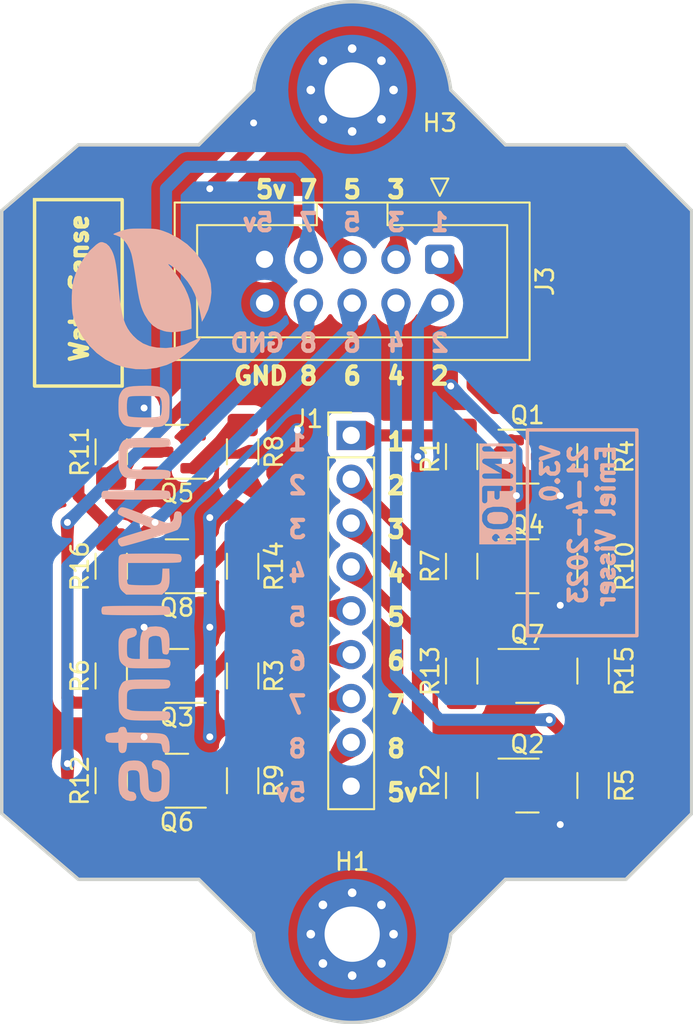
<source format=kicad_pcb>
(kicad_pcb (version 20221018) (generator pcbnew)
  (title_block (title "Greenhouse project FRDM-KL25Z") (date "7-3-2023") (rev "V2.0") (company "OnlyFans") (comment 1 "Author: Emiel Visser"))
  (layers (0 "F.Cu" signal) (31 "B.Cu" signal) (34 "B.Paste" user) (35 "F.Paste" user) (36 "B.SilkS" user "B.Silkscreen") (37 "F.SilkS" user "F.Silkscreen") (38 "B.Mask" user) (39 "F.Mask" user) (44 "Edge.Cuts" user))
  (net 0 "")
  (net 1 "+5V")
  (net 2 "Net-(Q1-B)")
  (net 3 "GNDREF")
  (net 4 "Net-(Q2-B)")
  (net 5 "Net-(Q3-B)")
  (net 6 "Net-(Q4-B)")
  (net 7 "Net-(Q5-B)")
  (net 8 "Net-(Q6-B)")
  (net 9 "Net-(Q7-B)")
  (net 10 "Net-(Q8-B)")
  (net 11 "/SENS1_IN")
  (net 12 "/SENS2_IN")
  (net 13 "/SENS3_IN")
  (net 14 "/SENS4_IN")
  (net 15 "/SENS5_IN")
  (net 16 "/SENS6_IN")
  (net 17 "/SENS7_IN")
  (net 18 "/SENS8_IN")
  (net 19 "/SENS1_OUT")
  (net 20 "/SENS4_OUT")
  (net 21 "/SENS7_OUT")
  (net 22 "/SENS2_OUT")
  (net 23 "/SENS5_OUT")
  (net 24 "/SENS8_OUT")
  (net 25 "/SENS3_OUT")
  (net 26 "/SENS6_OUT")
  (footprint "Resistor_SMD:R_1206_3216Metric_Pad1.30x1.75mm_HandSolder" (layer "F.Cu") (at 151.765 104.42 90)
    (fp_text reference "R1" (at 0 -1.82 90) (layer "F.SilkS"))
    (fp_text value "100")
    (pad "1" smd roundrect (at -1.55 0 90) (size 1.3 1.75) (layers "F.Cu" "F.Paste" "F.Mask") (roundrect_rratio 0.1923076923) (net 2 "Net-(Q1-B)"))
    (pad "2" smd roundrect (at 1.55 0 90) (size 1.3 1.75) (layers "F.Cu" "F.Paste" "F.Mask") (roundrect_rratio 0.1923076923) (net 11 "/SENS1_IN"))
  )
  (footprint "Connector_PinHeader_2.54mm:PinHeader_1x09_P2.54mm_Vertical" (layer "F.Cu") (at 145.3575 103.19)
    (fp_text reference "J1" (at -2.4825 -0.955) (layer "F.SilkS"))
    (fp_text value "Conn_01x09_Socket")
    (pad "1" thru_hole rect (at 0 0) (size 1.7 1.7) (drill 1) (layers "*.Cu" "*.Mask") (net 11 "/SENS1_IN"))
    (pad "2" thru_hole oval (at 0 2.54) (size 1.7 1.7) (drill 1) (layers "*.Cu" "*.Mask") (net 12 "/SENS2_IN"))
    (pad "3" thru_hole oval (at 0 5.08) (size 1.7 1.7) (drill 1) (layers "*.Cu" "*.Mask") (net 13 "/SENS3_IN"))
    (pad "4" thru_hole oval (at 0 7.62) (size 1.7 1.7) (drill 1) (layers "*.Cu" "*.Mask") (net 14 "/SENS4_IN"))
    (pad "5" thru_hole oval (at 0 10.16) (size 1.7 1.7) (drill 1) (layers "*.Cu" "*.Mask") (net 15 "/SENS5_IN"))
    (pad "6" thru_hole oval (at 0 12.7) (size 1.7 1.7) (drill 1) (layers "*.Cu" "*.Mask") (net 16 "/SENS6_IN"))
    (pad "7" thru_hole oval (at 0 15.24) (size 1.7 1.7) (drill 1) (layers "*.Cu" "*.Mask") (net 17 "/SENS7_IN"))
    (pad "8" thru_hole oval (at 0 17.78) (size 1.7 1.7) (drill 1) (layers "*.Cu" "*.Mask") (net 18 "/SENS8_IN"))
    (pad "9" thru_hole oval (at 0 20.32) (size 1.7 1.7) (drill 1) (layers "*.Cu" "*.Mask") (net 1 "+5V"))
  )
  (footprint "Resistor_SMD:R_1206_3216Metric_Pad1.30x1.75mm_HandSolder" (layer "F.Cu") (at 131.445 117.12 90)
    (fp_text reference "R6" (at 0 -1.82 90) (layer "F.SilkS"))
    (fp_text value "2.2k")
    (pad "1" smd roundrect (at -1.55 0 90) (size 1.3 1.75) (layers "F.Cu" "F.Paste" "F.Mask") (roundrect_rratio 0.1923076923) (net 21 "/SENS7_OUT"))
    (pad "2" smd roundrect (at 1.55 0 90) (size 1.3 1.75) (layers "F.Cu" "F.Paste" "F.Mask") (roundrect_rratio 0.1923076923) (net 1 "+5V"))
  )
  (footprint "Package_TO_SOT_SMD:SOT-23" (layer "F.Cu") (at 135.255 123.19 180)
    (fp_text reference "Q6" (at 0 -2.4) (layer "F.SilkS"))
    (fp_text value "BC847")
    (pad "1" smd roundrect (at -0.9375 -0.95 180) (size 1.475 0.6) (layers "F.Cu" "F.Paste" "F.Mask") (net 8 "Net-(Q6-B)"))
    (pad "2" smd roundrect (at -0.9375 0.95 180) (size 1.475 0.6) (layers "F.Cu" "F.Paste" "F.Mask") (net 3 "GNDREF"))
    (pad "3" smd roundrect (at 0.9375 0 180) (size 1.475 0.6) (layers "F.Cu" "F.Paste" "F.Mask") (net 24 "/SENS8_OUT"))
  )
  (footprint "Resistor_SMD:R_1206_3216Metric_Pad1.30x1.75mm_HandSolder" (layer "F.Cu") (at 159.385 123.47 -90)
    (fp_text reference "R5" (at 0 -1.82 90) (layer "F.SilkS"))
    (fp_text value "2.2k")
    (pad "1" smd roundrect (at -1.55 0 270) (size 1.3 1.75) (layers "F.Cu" "F.Paste" "F.Mask") (roundrect_rratio 0.1923076923) (net 20 "/SENS4_OUT"))
    (pad "2" smd roundrect (at 1.55 0 270) (size 1.3 1.75) (layers "F.Cu" "F.Paste" "F.Mask") (roundrect_rratio 0.1923076923) (net 1 "+5V"))
  )
  (footprint "MountingHole:MountingHole_3.2mm_M3_Pad_Via" (layer "F.Cu") (at 145.415 83.185 180)
    (fp_text reference "H3" (at -5.08 -1.905) (layer "F.SilkS"))
    (fp_text value "MountingHole_Pad")
    (pad "1" thru_hole circle (at -2.4 0 180) (size 0.8 0.8) (drill 0.5) (layers "*.Cu" "*.Mask") (net 3 "GNDREF"))
    (pad "1" thru_hole circle (at -1.697056 -1.697056 180) (size 0.8 0.8) (drill 0.5) (layers "*.Cu" "*.Mask") (net 3 "GNDREF"))
    (pad "1" thru_hole circle (at -1.697056 1.697056 180) (size 0.8 0.8) (drill 0.5) (layers "*.Cu" "*.Mask") (net 3 "GNDREF"))
    (pad "1" thru_hole circle (at 0 -2.4 180) (size 0.8 0.8) (drill 0.5) (layers "*.Cu" "*.Mask") (net 3 "GNDREF"))
    (pad "1" thru_hole circle (at 0 0 180) (size 6.4 6.4) (drill 3.2) (layers "*.Cu" "*.Mask") (net 3 "GNDREF"))
    (pad "1" thru_hole circle (at 0 2.4 180) (size 0.8 0.8) (drill 0.5) (layers "*.Cu" "*.Mask") (net 3 "GNDREF"))
    (pad "1" thru_hole circle (at 1.697056 -1.697056 180) (size 0.8 0.8) (drill 0.5) (layers "*.Cu" "*.Mask") (net 3 "GNDREF"))
    (pad "1" thru_hole circle (at 1.697056 1.697056 180) (size 0.8 0.8) (drill 0.5) (layers "*.Cu" "*.Mask") (net 3 "GNDREF"))
    (pad "1" thru_hole circle (at 2.4 0 180) (size 0.8 0.8) (drill 0.5) (layers "*.Cu" "*.Mask") (net 3 "GNDREF"))
  )
  (footprint "Resistor_SMD:R_1206_3216Metric_Pad1.30x1.75mm_HandSolder" (layer "F.Cu") (at 151.765 116.84 90)
    (fp_text reference "R13" (at 0 -1.82 90) (layer "F.SilkS"))
    (fp_text value "100")
    (pad "1" smd roundrect (at -1.55 0 90) (size 1.3 1.75) (layers "F.Cu" "F.Paste" "F.Mask") (roundrect_rratio 0.1923076923) (net 9 "Net-(Q7-B)"))
    (pad "2" smd roundrect (at 1.55 0 90) (size 1.3 1.75) (layers "F.Cu" "F.Paste" "F.Mask") (roundrect_rratio 0.1923076923) (net 13 "/SENS3_IN"))
  )
  (footprint "Package_TO_SOT_SMD:SOT-23" (layer "F.Cu") (at 135.255 117.12 180)
    (fp_text reference "Q3" (at 0 -2.4) (layer "F.SilkS"))
    (fp_text value "BC847")
    (pad "1" smd roundrect (at -0.9375 -0.95 180) (size 1.475 0.6) (layers "F.Cu" "F.Paste" "F.Mask") (net 5 "Net-(Q3-B)"))
    (pad "2" smd roundrect (at -0.9375 0.95 180) (size 1.475 0.6) (layers "F.Cu" "F.Paste" "F.Mask") (net 3 "GNDREF"))
    (pad "3" smd roundrect (at 0.9375 0 180) (size 1.475 0.6) (layers "F.Cu" "F.Paste" "F.Mask") (net 21 "/SENS7_OUT"))
  )
  (footprint "Resistor_SMD:R_1206_3216Metric_Pad1.30x1.75mm_HandSolder" (layer "F.Cu") (at 139.065 117.12 -90)
    (fp_text reference "R3" (at 0 -1.82 90) (layer "F.SilkS"))
    (fp_text value "100")
    (pad "1" smd roundrect (at -1.55 0 270) (size 1.3 1.75) (layers "F.Cu" "F.Paste" "F.Mask") (roundrect_rratio 0.1923076923) (net 5 "Net-(Q3-B)"))
    (pad "2" smd roundrect (at 1.55 0 270) (size 1.3 1.75) (layers "F.Cu" "F.Paste" "F.Mask") (roundrect_rratio 0.1923076923) (net 17 "/SENS7_IN"))
  )
  (footprint "MountingHole:MountingHole_3.2mm_M3_Pad_Via" (layer "F.Cu") (at 145.415 132.08)
    (fp_text reference "H1" (at 0 -4.2) (layer "F.SilkS"))
    (fp_text value "MountingHole_Pad")
    (pad "1" thru_hole circle (at -2.4 0) (size 0.8 0.8) (drill 0.5) (layers "*.Cu" "*.Mask") (net 3 "GNDREF"))
    (pad "1" thru_hole circle (at -1.697056 -1.697056) (size 0.8 0.8) (drill 0.5) (layers "*.Cu" "*.Mask") (net 3 "GNDREF"))
    (pad "1" thru_hole circle (at -1.697056 1.697056) (size 0.8 0.8) (drill 0.5) (layers "*.Cu" "*.Mask") (net 3 "GNDREF"))
    (pad "1" thru_hole circle (at 0 -2.4) (size 0.8 0.8) (drill 0.5) (layers "*.Cu" "*.Mask") (net 3 "GNDREF"))
    (pad "1" thru_hole circle (at 0 0) (size 6.4 6.4) (drill 3.2) (layers "*.Cu" "*.Mask") (net 3 "GNDREF"))
    (pad "1" thru_hole circle (at 0 2.4) (size 0.8 0.8) (drill 0.5) (layers "*.Cu" "*.Mask") (net 3 "GNDREF"))
    (pad "1" thru_hole circle (at 1.697056 -1.697056) (size 0.8 0.8) (drill 0.5) (layers "*.Cu" "*.Mask") (net 3 "GNDREF"))
    (pad "1" thru_hole circle (at 1.697056 1.697056) (size 0.8 0.8) (drill 0.5) (layers "*.Cu" "*.Mask") (net 3 "GNDREF"))
    (pad "1" thru_hole circle (at 2.4 0) (size 0.8 0.8) (drill 0.5) (layers "*.Cu" "*.Mask") (net 3 "GNDREF"))
  )
  (footprint "Resistor_SMD:R_1206_3216Metric_Pad1.30x1.75mm_HandSolder" (layer "F.Cu") (at 159.385 110.77 -90)
    (fp_text reference "R10" (at 0 -1.82 90) (layer "F.SilkS"))
    (fp_text value "2.2k")
    (pad "1" smd roundrect (at -1.55 0 270) (size 1.3 1.75) (layers "F.Cu" "F.Paste" "F.Mask") (roundrect_rratio 0.1923076923) (net 22 "/SENS2_OUT"))
    (pad "2" smd roundrect (at 1.55 0 270) (size 1.3 1.75) (layers "F.Cu" "F.Paste" "F.Mask") (roundrect_rratio 0.1923076923) (net 1 "+5V"))
  )
  (footprint "Package_TO_SOT_SMD:SOT-23" (layer "F.Cu") (at 155.575 104.42)
    (fp_text reference "Q1" (at 0 -2.4) (layer "F.SilkS"))
    (fp_text value "BC847")
    (pad "1" smd roundrect (at -0.9375 -0.95) (size 1.475 0.6) (layers "F.Cu" "F.Paste" "F.Mask") (net 2 "Net-(Q1-B)"))
    (pad "2" smd roundrect (at -0.9375 0.95) (size 1.475 0.6) (layers "F.Cu" "F.Paste" "F.Mask") (net 3 "GNDREF"))
    (pad "3" smd roundrect (at 0.9375 0) (size 1.475 0.6) (layers "F.Cu" "F.Paste" "F.Mask") (net 19 "/SENS1_OUT"))
  )
  (footprint "Resistor_SMD:R_1206_3216Metric_Pad1.30x1.75mm_HandSolder" (layer "F.Cu") (at 139.065 104.14 -90)
    (fp_text reference "R8" (at 0 -1.82 90) (layer "F.SilkS"))
    (fp_text value "100")
    (pad "1" smd roundrect (at -1.55 0 270) (size 1.3 1.75) (layers "F.Cu" "F.Paste" "F.Mask") (roundrect_rratio 0.1923076923) (net 7 "Net-(Q5-B)"))
    (pad "2" smd roundrect (at 1.55 0 270) (size 1.3 1.75) (layers "F.Cu" "F.Paste" "F.Mask") (roundrect_rratio 0.1923076923) (net 15 "/SENS5_IN"))
  )
  (footprint "Resistor_SMD:R_1206_3216Metric_Pad1.30x1.75mm_HandSolder" (layer "F.Cu") (at 131.445 110.77 90)
    (fp_text reference "R16" (at 0 -1.82 90) (layer "F.SilkS"))
    (fp_text value "2.2k")
    (pad "1" smd roundrect (at -1.55 0 90) (size 1.3 1.75) (layers "F.Cu" "F.Paste" "F.Mask") (roundrect_rratio 0.1923076923) (net 26 "/SENS6_OUT"))
    (pad "2" smd roundrect (at 1.55 0 90) (size 1.3 1.75) (layers "F.Cu" "F.Paste" "F.Mask") (roundrect_rratio 0.1923076923) (net 1 "+5V"))
  )
  (footprint "Package_TO_SOT_SMD:SOT-23" (layer "F.Cu") (at 135.255 110.77 180)
    (fp_text reference "Q8" (at 0 -2.4) (layer "F.SilkS"))
    (fp_text value "BC847")
    (pad "1" smd roundrect (at -0.9375 -0.95 180) (size 1.475 0.6) (layers "F.Cu" "F.Paste" "F.Mask") (net 10 "Net-(Q8-B)"))
    (pad "2" smd roundrect (at -0.9375 0.95 180) (size 1.475 0.6) (layers "F.Cu" "F.Paste" "F.Mask") (net 3 "GNDREF"))
    (pad "3" smd roundrect (at 0.9375 0 180) (size 1.475 0.6) (layers "F.Cu" "F.Paste" "F.Mask") (net 26 "/SENS6_OUT"))
  )
  (footprint "Resistor_SMD:R_1206_3216Metric_Pad1.30x1.75mm_HandSolder" (layer "F.Cu") (at 131.445 123.19 90)
    (fp_text reference "R12" (at 0 -1.82 90) (layer "F.SilkS"))
    (fp_text value "2.2k")
    (pad "1" smd roundrect (at -1.55 0 90) (size 1.3 1.75) (layers "F.Cu" "F.Paste" "F.Mask") (roundrect_rratio 0.1923076923) (net 24 "/SENS8_OUT"))
    (pad "2" smd roundrect (at 1.55 0 90) (size 1.3 1.75) (layers "F.Cu" "F.Paste" "F.Mask") (roundrect_rratio 0.1923076923) (net 1 "+5V"))
  )
  (footprint "Package_TO_SOT_SMD:SOT-23" (layer "F.Cu") (at 135.255 104.14 180)
    (fp_text reference "Q5" (at 0 -2.4) (layer "F.SilkS"))
    (fp_text value "BC847")
    (pad "1" smd roundrect (at -0.9375 -0.95 180) (size 1.475 0.6) (layers "F.Cu" "F.Paste" "F.Mask") (net 7 "Net-(Q5-B)"))
    (pad "2" smd roundrect (at -0.9375 0.95 180) (size 1.475 0.6) (layers "F.Cu" "F.Paste" "F.Mask") (net 3 "GNDREF"))
    (pad "3" smd roundrect (at 0.9375 0 180) (size 1.475 0.6) (layers "F.Cu" "F.Paste" "F.Mask") (net 23 "/SENS5_OUT"))
  )
  (footprint "Package_TO_SOT_SMD:SOT-23" (layer "F.Cu") (at 155.575 117.12)
    (fp_text reference "Q7" (at 0 -2.4) (layer "F.SilkS"))
    (fp_text value "BC847")
    (pad "1" smd roundrect (at -0.9375 -0.95) (size 1.475 0.6) (layers "F.Cu" "F.Paste" "F.Mask") (net 9 "Net-(Q7-B)"))
    (pad "2" smd roundrect (at -0.9375 0.95) (size 1.475 0.6) (layers "F.Cu" "F.Paste" "F.Mask") (net 3 "GNDREF"))
    (pad "3" smd roundrect (at 0.9375 0) (size 1.475 0.6) (layers "F.Cu" "F.Paste" "F.Mask") (net 25 "/SENS3_OUT"))
  )
  (footprint "Resistor_SMD:R_1206_3216Metric_Pad1.30x1.75mm_HandSolder" (layer "F.Cu") (at 151.765 110.77 90)
    (fp_text reference "R7" (at 0 -1.82 90) (layer "F.SilkS"))
    (fp_text value "100")
    (pad "1" smd roundrect (at -1.55 0 90) (size 1.3 1.75) (layers "F.Cu" "F.Paste" "F.Mask") (roundrect_rratio 0.1923076923) (net 6 "Net-(Q4-B)"))
    (pad "2" smd roundrect (at 1.55 0 90) (size 1.3 1.75) (layers "F.Cu" "F.Paste" "F.Mask") (roundrect_rratio 0.1923076923) (net 12 "/SENS2_IN"))
  )
  (footprint "Resistor_SMD:R_1206_3216Metric_Pad1.30x1.75mm_HandSolder" (layer "F.Cu") (at 151.765 123.47 90)
    (fp_text reference "R2" (at 0.28 -1.82 90) (layer "F.SilkS"))
    (fp_text value "100")
    (pad "1" smd roundrect (at -1.55 0 90) (size 1.3 1.75) (layers "F.Cu" "F.Paste" "F.Mask") (roundrect_rratio 0.1923076923) (net 4 "Net-(Q2-B)"))
    (pad "2" smd roundrect (at 1.55 0 90) (size 1.3 1.75) (layers "F.Cu" "F.Paste" "F.Mask") (roundrect_rratio 0.1923076923) (net 14 "/SENS4_IN"))
  )
  (footprint "Resistor_SMD:R_1206_3216Metric_Pad1.30x1.75mm_HandSolder" (layer "F.Cu") (at 139.065 110.77 -90)
    (fp_text reference "R14" (at 0 -1.82 90) (layer "F.SilkS"))
    (fp_text value "100")
    (pad "1" smd roundrect (at -1.55 0 270) (size 1.3 1.75) (layers "F.Cu" "F.Paste" "F.Mask") (roundrect_rratio 0.1923076923) (net 10 "Net-(Q8-B)"))
    (pad "2" smd roundrect (at 1.55 0 270) (size 1.3 1.75) (layers "F.Cu" "F.Paste" "F.Mask") (roundrect_rratio 0.1923076923) (net 16 "/SENS6_IN"))
  )
  (footprint "Connector_IDC:IDC-Header_2x05_P2.54mm_Vertical" (layer "F.Cu") (at 150.495 92.99 -90)
    (fp_text reference "J3" (at 1.27 -6.1 90) (layer "F.SilkS"))
    (fp_text value "Conn_01x10_Socket")
    (pad "1" thru_hole roundrect (at 0 0 270) (size 1.7 1.7) (drill 1) (layers "*.Cu" "*.Mask") (roundrect_rratio 0.1470588235) (net 19 "/SENS1_OUT"))
    (pad "2" thru_hole circle (at 2.54 0 270) (size 1.7 1.7) (drill 1) (layers "*.Cu" "*.Mask") (net 22 "/SENS2_OUT"))
    (pad "3" thru_hole circle (at 0 2.54 270) (size 1.7 1.7) (drill 1) (layers "*.Cu" "*.Mask") (net 25 "/SENS3_OUT"))
    (pad "4" thru_hole circle (at 2.54 2.54 270) (size 1.7 1.7) (drill 1) (layers "*.Cu" "*.Mask") (net 20 "/SENS4_OUT"))
    (pad "5" thru_hole circle (at 0 5.08 270) (size 1.7 1.7) (drill 1) (layers "*.Cu" "*.Mask") (net 23 "/SENS5_OUT"))
    (pad "6" thru_hole circle (at 2.54 5.08 270) (size 1.7 1.7) (drill 1) (layers "*.Cu" "*.Mask") (net 26 "/SENS6_OUT"))
    (pad "7" thru_hole circle (at 0 7.62 270) (size 1.7 1.7) (drill 1) (layers "*.Cu" "*.Mask") (net 21 "/SENS7_OUT"))
    (pad "8" thru_hole circle (at 2.54 7.62 270) (size 1.7 1.7) (drill 1) (layers "*.Cu" "*.Mask") (net 24 "/SENS8_OUT"))
    (pad "9" thru_hole circle (at 0 10.16 270) (size 1.7 1.7) (drill 1) (layers "*.Cu" "*.Mask") (net 1 "+5V"))
    (pad "10" thru_hole circle (at 2.54 10.16 270) (size 1.7 1.7) (drill 1) (layers "*.Cu" "*.Mask") (net 3 "GNDREF"))
  )
  (footprint "Package_TO_SOT_SMD:SOT-23" (layer "F.Cu") (at 155.575 123.47)
    (fp_text reference "Q2" (at 0 -2.4) (layer "F.SilkS"))
    (fp_text value "BC847")
    (pad "1" smd roundrect (at -0.9375 -0.95) (size 1.475 0.6) (layers "F.Cu" "F.Paste" "F.Mask") (net 4 "Net-(Q2-B)"))
    (pad "2" smd roundrect (at -0.9375 0.95) (size 1.475 0.6) (layers "F.Cu" "F.Paste" "F.Mask") (net 3 "GNDREF"))
    (pad "3" smd roundrect (at 0.9375 0) (size 1.475 0.6) (layers "F.Cu" "F.Paste" "F.Mask") (net 20 "/SENS4_OUT"))
  )
  (footprint "Resistor_SMD:R_1206_3216Metric_Pad1.30x1.75mm_HandSolder" (layer "F.Cu") (at 139.065 123.19 -90)
    (fp_text reference "R9" (at 0 -1.82 90) (layer "F.SilkS"))
    (fp_text value "100")
    (pad "1" smd roundrect (at -1.55 0 270) (size 1.3 1.75) (layers "F.Cu" "F.Paste" "F.Mask") (roundrect_rratio 0.1923076923) (net 8 "Net-(Q6-B)"))
    (pad "2" smd roundrect (at 1.55 0 270) (size 1.3 1.75) (layers "F.Cu" "F.Paste" "F.Mask") (roundrect_rratio 0.1923076923) (net 18 "/SENS8_IN"))
  )
  (footprint "Resistor_SMD:R_1206_3216Metric_Pad1.30x1.75mm_HandSolder" (layer "F.Cu") (at 159.385 104.42 -90)
    (fp_text reference "R4" (at 0 -1.82 90) (layer "F.SilkS"))
    (fp_text value "2.2k")
    (pad "1" smd roundrect (at -1.55 0 270) (size 1.3 1.75) (layers "F.Cu" "F.Paste" "F.Mask") (roundrect_rratio 0.1923076923) (net 19 "/SENS1_OUT"))
    (pad "2" smd roundrect (at 1.55 0 270) (size 1.3 1.75) (layers "F.Cu" "F.Paste" "F.Mask") (roundrect_rratio 0.1923076923) (net 1 "+5V"))
  )
  (footprint "Resistor_SMD:R_1206_3216Metric_Pad1.30x1.75mm_HandSolder" (layer "F.Cu") (at 131.445 104.14 90)
    (fp_text reference "R11" (at 0 -1.82 90) (layer "F.SilkS"))
    (fp_text value "2.2k")
    (pad "1" smd roundrect (at -1.55 0 90) (size 1.3 1.75) (layers "F.Cu" "F.Paste" "F.Mask") (roundrect_rratio 0.1923076923) (net 23 "/SENS5_OUT"))
    (pad "2" smd roundrect (at 1.55 0 90) (size 1.3 1.75) (layers "F.Cu" "F.Paste" "F.Mask") (roundrect_rratio 0.1923076923) (net 1 "+5V"))
  )
  (footprint "Resistor_SMD:R_1206_3216Metric_Pad1.30x1.75mm_HandSolder" (layer "F.Cu") (at 159.385 116.84 -90)
    (fp_text reference "R15" (at 0 -1.82 90) (layer "F.SilkS"))
    (fp_text value "2.2k")
    (pad "1" smd roundrect (at -1.55 0 270) (size 1.3 1.75) (layers "F.Cu" "F.Paste" "F.Mask") (roundrect_rratio 0.1923076923) (net 25 "/SENS3_OUT"))
    (pad "2" smd roundrect (at 1.55 0 270) (size 1.3 1.75) (layers "F.Cu" "F.Paste" "F.Mask") (roundrect_rratio 0.1923076923) (net 1 "+5V"))
  )
  (footprint "Package_TO_SOT_SMD:SOT-23" (layer "F.Cu") (at 155.575 110.77)
    (fp_text reference "Q4" (at 0 -2.4) (layer "F.SilkS"))
    (fp_text value "BC847")
    (pad "1" smd roundrect (at -0.9375 -0.95) (size 1.475 0.6) (layers "F.Cu" "F.Paste" "F.Mask") (net 6 "Net-(Q4-B)"))
    (pad "2" smd roundrect (at -0.9375 0.95) (size 1.475 0.6) (layers "F.Cu" "F.Paste" "F.Mask") (net 3 "GNDREF"))
    (pad "3" smd roundrect (at 0.9375 0) (size 1.475 0.6) (layers "F.Cu" "F.Paste" "F.Mask") (net 22 "/SENS2_OUT"))
  )
  (footprint "logo:logo" (layer "B.Cu") (at 133.35 107.95 -90)
    (fp_text reference "G***")
    (fp_text value "LOGO" hide)
  )
  (gr_rect (start 127 89.535) (end 132.08 100.33) (stroke (width 0.2)) (fill none) (layer "F.SilkS"))
  (gr_arc (start 151.129999 132.08) (mid 145.383407 137.195082) (end 139.693368 132.017163) (stroke (width 0.2)) (layer "Edge.Cuts"))
  (gr_line (start 125.095 125.095) (end 125.095 90.17) (stroke (width 0.2)) (layer "Edge.Cuts"))
  (gr_line (start 136.525 128.905) (end 139.693368 132.017163) (stroke (width 0.2)) (layer "Edge.Cuts"))
  (gr_line (start 129.54 86.36) (end 136.525 86.36) (stroke (width 0.2)) (layer "Edge.Cuts"))
  (gr_line (start 161.29 86.36) (end 165.1 90.17) (stroke (width 0.2)) (layer "Edge.Cuts"))
  (gr_line (start 151.129999 132.08) (end 154.305 128.905) (stroke (width 0.2)) (layer "Edge.Cuts"))
  (gr_line (start 154.305 86.36) (end 161.29 86.36) (stroke (width 0.2)) (layer "Edge.Cuts"))
  (gr_line (start 125.095 90.17) (end 129.54 86.36) (stroke (width 0.2)) (layer "Edge.Cuts"))
  (gr_arc (start 139.700001 83.185) (mid 145.415 78.069831) (end 151.129999 83.185) (stroke (width 0.2)) (layer "Edge.Cuts"))
  (gr_line (start 154.305 128.905) (end 161.29 128.905) (stroke (width 0.2)) (layer "Edge.Cuts"))
  (gr_line (start 136.525 86.36) (end 139.7 83.185) (stroke (width 0.2)) (layer "Edge.Cuts"))
  (gr_line (start 151.129999 83.185) (end 154.305 86.36) (stroke (width 0.2)) (layer "Edge.Cuts"))
  (gr_line (start 165.1 125.095) (end 165.1 90.17) (stroke (width 0.2)) (layer "Edge.Cuts"))
  (gr_line (start 161.29 128.905) (end 165.1 125.095) (stroke (width 0.2)) (layer "Edge.Cuts"))
  (gr_line (start 129.54 128.905) (end 136.525 128.905) (stroke (width 0.2)) (layer "Edge.Cuts"))
  (gr_line (start 125.095 125.095) (end 129.54 128.905) (stroke (width 0.2)) (layer "Edge.Cuts"))
  (gr_text "2" (at 142.875 106.68) (layer "B.SilkS") (effects (font (size 1 1) (thickness 0.25) bold) (justify left bottom mirror)))
  (gr_text "6" (at 142.875 116.84) (layer "B.SilkS") (effects (font (size 1 1) (thickness 0.25) bold) (justify left bottom mirror)))
  (gr_text "1" (at 151.13 91.44) (layer "B.SilkS") (effects (font (size 1 1) (thickness 0.25) bold) (justify left bottom mirror)))
  (gr_text "5" (at 146.05 91.44) (layer "B.SilkS") (effects (font (size 1 1) (thickness 0.25) bold) (justify left bottom mirror)))
  (gr_text "4" (at 148.59 98.425) (layer "B.SilkS") (effects (font (size 1 1) (thickness 0.25) bold) (justify left bottom mirror)))
  (gr_text "6" (at 146.05 98.425) (layer "B.SilkS") (effects (font (size 1 1) (thickness 0.25) bold) (justify left bottom mirror)))
  (gr_text "2" (at 151.13 98.425) (layer "B.SilkS") (effects (font (size 1 1) (thickness 0.25) bold) (justify left bottom mirror)))
  (gr_text "7" (at 142.875 119.38) (layer "B.SilkS") (effects (font (size 1 1) (thickness 0.25) bold) (justify left bottom mirror)))
  (gr_text "5v" (at 140.97 91.44) (layer "B.SilkS") (effects (font (size 1 1) (thickness 0.25) bold) (justify left bottom mirror)))
  (gr_text "3" (at 148.59 91.44) (layer "B.SilkS") (effects (font (size 1 1) (thickness 0.25) bold) (justify left bottom mirror)))
  (gr_text "3" (at 142.875 109.22) (layer "B.SilkS") (effects (font (size 1 1) (thickness 0.25) bold) (justify left bottom mirror)))
  (gr_text "4" (at 142.875 111.76) (layer "B.SilkS") (effects (font (size 1 1) (thickness 0.25) bold) (justify left bottom mirror)))
  (gr_text "5" (at 142.875 114.3) (layer "B.SilkS") (effects (font (size 1 1) (thickness 0.25) bold) (justify left bottom mirror)))
  (gr_text "GND" (at 141.605 98.425) (layer "B.SilkS") (effects (font (size 1 1) (thickness 0.25) bold) (justify left bottom mirror)))
  (gr_text "8" (at 142.875 121.92) (layer "B.SilkS") (effects (font (size 1 1) (thickness 0.25) bold) (justify left bottom mirror)))
  (gr_text "7" (at 143.51 91.44) (layer "B.SilkS") (effects (font (size 1 1) (thickness 0.25) bold) (justify left bottom mirror)))
  (gr_text "5v" (at 142.875 124.46) (layer "B.SilkS") (effects (font (size 1 1) (thickness 0.25) bold) (justify left bottom mirror)))
  (gr_text "8" (at 143.51 98.425) (layer "B.SilkS") (effects (font (size 1 1) (thickness 0.25) bold) (justify left bottom mirror)))
  (gr_text "1" (at 142.875 104.14) (layer "B.SilkS") (effects (font (size 1 1) (thickness 0.25) bold) (justify left bottom mirror)))
  (gr_text "INFO:     " (at 154.8 103.42 90) (layer "B.SilkS" knockout) (effects (font (size 1.5 1.5) (thickness 0.3) bold) (justify left bottom mirror)))
  (gr_text "8" (at 142.24 100.33) (layer "F.SilkS") (effects (font (size 1 1) (thickness 0.25) bold) (justify left bottom)))
  (gr_text "5v" (at 147.32 124.46) (layer "F.SilkS") (effects (font (size 1 1) (thickness 0.25) bold) (justify left bottom)))
  (gr_text "3" (at 147.32 89.535) (layer "F.SilkS") (effects (font (size 1 1) (thickness 0.25) bold) (justify left bottom)))
  (gr_text "4\n" (at 147.32 100.33) (layer "F.SilkS") (effects (font (size 1 1) (thickness 0.25) bold) (justify left bottom)))
  (gr_text "1" (at 147.32 104.14) (layer "F.SilkS") (effects (font (size 1 1) (thickness 0.25) bold) (justify left bottom)))
  (gr_text "5v" (at 139.7 89.535) (layer "F.SilkS") (effects (font (size 1 1) (thickness 0.25) bold) (justify left bottom)))
  (gr_text "8" (at 147.32 121.92) (layer "F.SilkS") (effects (font (size 1 1) (thickness 0.25) bold) (justify left bottom)))
  (gr_text "6" (at 144.78 100.33) (layer "F.SilkS") (effects (font (size 1 1) (thickness 0.25) bold) (justify left bottom)))
  (gr_text "5" (at 144.78 89.535) (layer "F.SilkS") (effects (font (size 1 1) (thickness 0.25) bold) (justify left bottom)))
  (gr_text "2" (at 147.32 106.68) (layer "F.SilkS") (effects (font (size 1 1) (thickness 0.25) bold) (justify left bottom)))
  (gr_text "4" (at 147.32 111.76) (layer "F.SilkS") (effects (font (size 1 1) (thickness 0.25) bold) (justify left bottom)))
  (gr_text "GND" (at 138.43 100.33) (layer "F.SilkS") (effects (font (size 1 1) (thickness 0.25) bold) (justify left bottom)))
  (gr_text "5" (at 147.32 114.3) (layer "F.SilkS") (effects (font (size 1 1) (thickness 0.25) bold) (justify left bottom)))
  (gr_text "7" (at 142.24 89.535) (layer "F.SilkS") (effects (font (size 1 1) (thickness 0.25) bold) (justify left bottom)))
  (gr_text "2" (at 149.86 100.33) (layer "F.SilkS") (effects (font (size 1 1) (thickness 0.25) bold) (justify left bottom)))
  (gr_text "7" (at 147.32 119.38) (layer "F.SilkS") (effects (font (size 1 1) (thickness 0.25) bold) (justify left bottom)))
  (gr_text "6" (at 147.32 116.84) (layer "F.SilkS") (effects (font (size 1 1) (thickness 0.25) bold) (justify left bottom)))
  (gr_text "3" (at 147.32 109.22) (layer "F.SilkS") (effects (font (size 1 1) (thickness 0.25) bold) (justify left bottom)))
  (gr_text "WaterSense" (at 130.175 99.06 90) (layer "F.SilkS") (effects (font (size 1 1) (thickness 0.25) bold) (justify left bottom)))
  (gr_text_box "V3.0\n21-4-2023\nEmiel Visser" (start 155.575 114.79) (end 161.925 102.87) (angle 90) (layer "B.SilkS") (effects (font (size 1 1) (thickness 0.25) bold) (justify left top mirror)) (stroke (width 0.2)))
  (segment (start 139.7 86.36) (end 139.7 85.09) (width 0.7) (layer "F.Cu") (net 1))
  (segment (start 162.485 123.265) (end 160.73 125.02) (width 0.7) (layer "F.Cu") (net 1))
  (segment (start 159.385 118.39) (end 161.7475 118.39) (width 0.7) (layer "F.Cu") (net 1))
  (segment (start 161.7475 118.39) (end 162.485 119.1275) (width 0.7) (layer "F.Cu") (net 1))
  (segment (start 132.715 114.3) (end 131.445 115.57) (width 0.7) (layer "F.Cu") (net 1))
  (segment (start 157.48 106.68) (end 158.675 106.68) (width 0.7) (layer "F.Cu") (net 1))
  (segment (start 129.54 106.68) (end 129.54 104.14) (width 0.7) (layer "F.Cu") (net 1))
  (segment (start 159.385 125.02) (end 158.19 125.02) (width 0.7) (layer "F.Cu") (net 1))
  (segment (start 131.445 109.22) (end 131.445 108.585) (width 0.7) (layer "F.Cu") (net 1))
  (segment (start 131.725 121.92) (end 131.445 121.64) (width 0.7) (layer "F.Cu") (net 1))
  (segment (start 131.09 102.59) (end 131.445 102.59) (width 0.7) (layer "F.Cu") (net 1))
  (segment (start 133.35 114.3) (end 132.715 114.3) (width 0.7) (layer "F.Cu") (net 1))
  (segment (start 137.16 88.9) (end 139.7 86.36) (width 0.7) (layer "F.Cu") (net 1))
  (segment (start 158.19 112.32) (end 157.48 113.03) (width 0.7) (layer "F.Cu") (net 1))
  (segment (start 131.445 108.585) (end 129.54 106.68) (width 0.7) (layer "F.Cu") (net 1))
  (segment (start 162.485 119.1275) (end 162.485 123.265) (width 0.7) (layer "F.Cu") (net 1))
  (segment (start 129.54 104.14) (end 131.09 102.59) (width 0.7) (layer "F.Cu") (net 1))
  (segment (start 131.445 102.59) (end 132.36 102.59) (width 0.7) (layer "F.Cu") (net 1))
  (segment (start 133.35 121.005) (end 132.435 121.92) (width 0.7) (layer "F.Cu") (net 1))
  (segment (start 132.435 121.92) (end 131.725 121.92) (width 0.7) (layer "F.Cu") (net 1))
  (segment (start 133.35 120.65) (end 133.35 121.005) (width 0.7) (layer "F.Cu") (net 1))
  (segment (start 159.385 112.32) (end 158.19 112.32) (width 0.7) (layer "F.Cu") (net 1))
  (segment (start 160.73 125.02) (end 159.385 125.02) (width 0.7) (layer "F.Cu") (net 1))
  (segment (start 132.36 102.59) (end 133.35 101.6) (width 0.7) (layer "F.Cu") (net 1))
  (segment (start 158.675 106.68) (end 159.385 105.97) (width 0.7) (layer "F.Cu") (net 1))
  (segment (start 158.19 125.02) (end 157.48 125.73) (width 0.7) (layer "F.Cu") (net 1))
  (via (at 157.48 113.03) (size 0.8) (drill 0.4) (layers "F.Cu" "B.Cu") (net 1))
  (via (at 133.35 114.3) (size 0.8) (drill 0.4) (layers "F.Cu" "B.Cu") (net 1))
  (via (at 133.35 101.6) (size 0.8) (drill 0.4) (layers "F.Cu" "B.Cu") (net 1))
  (via (at 139.7 85.09) (size 0.8) (drill 0.4) (layers "F.Cu" "B.Cu") (net 1))
  (via (at 157.48 106.68) (size 0.8) (drill 0.4) (layers "F.Cu" "B.Cu") (net 1))
  (via (at 133.35 120.65) (size 0.8) (drill 0.4) (layers "F.Cu" "B.Cu") (net 1))
  (via (at 137.16 88.9) (size 0.8) (drill 0.4) (layers "F.Cu" "B.Cu") (net 1))
  (via (at 157.48 125.73) (size 0.8) (drill 0.4) (layers "F.Cu" "B.Cu") (net 1))
  (segment (start 152.1375 105.97) (end 154.6375 103.47) (width 0.7) (layer "F.Cu") (net 2))
  (segment (start 151.765 105.97) (end 152.1375 105.97) (width 0.7) (layer "F.Cu") (net 2))
  (segment (start 136.1925 102.5675) (end 138.43 100.33) (width 0.7) (layer "F.Cu") (net 3))
  (segment (start 142.24 101.6) (end 142.24 102.87) (width 0.7) (layer "F.Cu") (net 3))
  (segment (start 136.1925 103.19) (end 136.1925 102.5675) (width 0.7) (layer "F.Cu") (net 3))
  (segment (start 140.97 100.33) (end 142.24 101.6) (width 0.7) (layer "F.Cu") (net 3))
  (segment (start 138.43 100.33) (end 140.97 100.33) (width 0.7) (layer "F.Cu") (net 3))
  (via (at 137.16 120.65) (size 0.8) (drill 0.4) (layers "F.Cu" "B.Cu") (net 3))
  (via (at 142.24 102.87) (size 0.8) (drill 0.4) (layers "F.Cu" "B.Cu") (net 3))
  (via (at 154.94 106.68) (size 0.8) (drill 0.4) (layers "F.Cu" "B.Cu") (net 3))
  (via (at 137.16 107.95) (size 0.8) (drill 0.4) (layers "F.Cu" "B.Cu") (net 3))
  (via (at 151.13 100.33) (size 0.8) (drill 0.4) (layers "F.Cu" "B.Cu") (net 3))
  (via (at 137.16 114.3) (size 0.8) (drill 0.4) (layers "F.Cu" "B.Cu") (net 3))
  (segment (start 137.16 114.3) (end 137.16 107.95) (width 0.7) (layer "B.Cu") (net 3))
  (segment (start 154.94 104.14) (end 151.13 100.33) (width 0.7) (layer "B.Cu") (net 3))
  (segment (start 154.94 106.68) (end 154.94 104.14) (width 0.7) (layer "B.Cu") (net 3))
  (segment (start 137.16 107.95) (end 142.24 102.87) (width 0.7) (layer "B.Cu") (net 3))
  (segment (start 137.16 120.65) (end 137.16 114.3) (width 0.7) (layer "B.Cu") (net 3))
  (segment (start 152.1375 125.02) (end 154.6375 122.52) (width 0.7) (layer "F.Cu") (net 4))
  (segment (start 151.765 125.02) (end 152.1375 125.02) (width 0.7) (layer "F.Cu") (net 4))
  (segment (start 139.065 115.57) (end 138.6925 115.57) (width 0.7) (layer "F.Cu") (net 5))
  (segment (start 138.6925 115.57) (end 136.1925 118.07) (width 0.7) (layer "F.Cu") (net 5))
  (segment (start 151.765 112.32) (end 152.1375 112.32) (width 0.7) (layer "F.Cu") (net 6))
  (segment (start 152.1375 112.32) (end 154.6375 109.82) (width 0.7) (layer "F.Cu") (net 6))
  (segment (start 139.065 102.59) (end 138.6925 102.59) (width 0.7) (layer "F.Cu") (net 7))
  (segment (start 138.6925 102.59) (end 136.1925 105.09) (width 0.7) (layer "F.Cu") (net 7))
  (segment (start 139.065 121.64) (end 138.6925 121.64) (width 0.7) (layer "F.Cu") (net 8))
  (segment (start 138.6925 121.64) (end 136.1925 124.14) (width 0.7) (layer "F.Cu") (net 8))
  (segment (start 151.765 118.39) (end 152.4175 118.39) (width 0.7) (layer "F.Cu") (net 9))
  (segment (start 152.4175 118.39) (end 154.6375 116.17) (width 0.7) (layer "F.Cu") (net 9))
  (segment (start 138.6925 109.22) (end 136.1925 111.72) (width 0.7) (layer "F.Cu") (net 10))
  (segment (start 139.065 109.22) (end 138.6925 109.22) (width 0.7) (layer "F.Cu") (net 10))
  (segment (start 151.445 103.19) (end 151.765 102.87) (width 0.7) (layer "F.Cu") (net 11))
  (segment (start 145.3575 103.19) (end 151.445 103.19) (width 0.7) (layer "F.Cu") (net 11))
  (segment (start 151.765 109.22) (end 148.8475 109.22) (width 0.7) (layer "F.Cu") (net 12))
  (segment (start 148.8475 109.22) (end 145.3575 105.73) (width 0.7) (layer "F.Cu") (net 12))
  (segment (start 151.765 114.6775) (end 145.3575 108.27) (width 0.7) (layer "F.Cu") (net 13))
  (segment (start 151.765 115.29) (end 151.765 114.6775) (width 0.7) (layer "F.Cu") (net 13))
  (segment (start 149.225 114.6775) (end 145.3575 110.81) (width 0.7) (layer "F.Cu") (net 14))
  (segment (start 150.215 121.92) (end 149.225 120.93) (width 0.7) (layer "F.Cu") (net 14))
  (segment (start 151.765 121.92) (end 150.215 121.92) (width 0.7) (layer "F.Cu") (net 14))
  (segment (start 149.225 120.93) (end 149.225 114.6775) (width 0.7) (layer "F.Cu") (net 14))
  (segment (start 141.605 110.8675) (end 141.605 108.23) (width 0.7) (layer "F.Cu") (net 15))
  (segment (start 141.605 108.23) (end 139.065 105.69) (width 0.7) (layer "F.Cu") (net 15))
  (segment (start 144.0875 113.35) (end 141.605 110.8675) (width 0.7) (layer "F.Cu") (net 15))
  (segment (start 145.3575 113.35) (end 144.0875 113.35) (width 0.7) (layer "F.Cu") (net 15))
  (segment (start 139.065 112.32) (end 139.345 112.32) (width 0.7) (layer "F.Cu") (net 16))
  (segment (start 142.915 115.89) (end 145.3575 115.89) (width 0.7) (layer "F.Cu") (net 16))
  (segment (start 139.345 112.32) (end 142.915 115.89) (width 0.7) (layer "F.Cu") (net 16))
  (segment (start 145.1175 118.67) (end 145.3575 118.43) (width 0.7) (layer "F.Cu") (net 17))
  (segment (start 139.065 118.67) (end 145.1175 118.67) (width 0.7) (layer "F.Cu") (net 17))
  (segment (start 141.5875 124.74) (end 145.3575 120.97) (width 0.7) (layer "F.Cu") (net 18))
  (segment (start 139.065 124.74) (end 141.5875 124.74) (width 0.7) (layer "F.Cu") (net 18))
  (segment (start 156.5125 104.42) (end 157.835 104.42) (width 0.7) (layer "F.Cu") (net 19))
  (segment (start 158.115 101.6) (end 153.67 101.6) (width 0.7) (layer "F.Cu") (net 19))
  (segment (start 152.4 100.33) (end 152.4 94.895) (width 0.7) (layer "F.Cu") (net 19))
  (segment (start 157.835 104.42) (end 159.385 102.87) (width 0.7) (layer "F.Cu") (net 19))
  (segment (start 152.4 94.895) (end 150.495 92.99) (width 0.7) (layer "F.Cu") (net 19))
  (segment (start 153.67 101.6) (end 152.4 100.33) (width 0.7) (layer "F.Cu") (net 19))
  (segment (start 159.385 102.87) (end 158.115 101.6) (width 0.7) (layer "F.Cu") (net 19))
  (segment (start 157.835 123.47) (end 159.385 121.92) (width 0.7) (layer "F.Cu") (net 20))
  (segment (start 159.105 121.92) (end 156.845 119.66) (width 0.7) (layer "F.Cu") (net 20))
  (segment (start 159.385 121.92) (end 159.105 121.92) (width 0.7) (layer "F.Cu") (net 20))
  (segment (start 156.5125 123.47) (end 157.835 123.47) (width 0.7) (layer "F.Cu") (net 20))
  (via (at 156.845 119.66) (size 0.8) (drill 0.4) (layers "F.Cu" "B.Cu") (net 20))
  (segment (start 156.845 119.66) (end 150.495 119.66) (width 0.7) (layer "B.Cu") (net 20))
  (segment (start 150.495 119.66) (end 147.955 117.12) (width 0.7) (layer "B.Cu") (net 20))
  (segment (start 147.955 117.12) (end 147.955 95.53) (width 0.7) (layer "B.Cu") (net 20))
  (segment (start 129.185 118.67) (end 128.905 118.39) (width 0.7) (layer "F.Cu") (net 21))
  (segment (start 134.3175 117.12) (end 132.995 117.12) (width 0.7) (layer "F.Cu") (net 21))
  (segment (start 128.905 118.39) (end 128.905 108.23) (width 0.7) (layer "F.Cu") (net 21))
  (segment (start 132.995 117.12) (end 131.445 118.67) (width 0.7) (layer "F.Cu") (net 21))
  (segment (start 131.445 118.67) (end 129.185 118.67) (width 0.7) (layer "F.Cu") (net 21))
  (via (at 128.905 108.23) (size 0.8) (drill 0.4) (layers "F.Cu" "B.Cu") (net 21))
  (segment (start 142.24 87.63) (end 142.875 88.265) (width 0.7) (layer "B.Cu") (net 21))
  (segment (start 135.89 87.63) (end 142.24 87.63) (width 0.7) (layer "B.Cu") (net 21))
  (segment (start 142.875 88.265) (end 142.875 92.99) (width 0.7) (layer "B.Cu") (net 21))
  (segment (start 134.62 88.9) (end 135.89 87.63) (width 0.7) (layer "B.Cu") (net 21))
  (segment (start 134.62 102.515) (end 134.62 88.9) (width 0.7) (layer "B.Cu") (net 21))
  (segment (start 128.905 108.23) (end 134.62 102.515) (width 0.7) (layer "B.Cu") (net 21))
  (segment (start 156.5125 110.77) (end 157.835 110.77) (width 0.7) (layer "F.Cu") (net 22))
  (segment (start 149.225 106.535) (end 149.86 107.17) (width 0.7) (layer "F.Cu") (net 22))
  (segment (start 149.225 104.42) (end 149.225 106.535) (width 0.7) (layer "F.Cu") (net 22))
  (segment (start 157.835 110.77) (end 159.385 109.22) (width 0.7) (layer "F.Cu") (net 22))
  (segment (start 159.085 108.92) (end 159.385 109.22) (width 0.7) (layer "F.Cu") (net 22))
  (segment (start 154.4225 108.92) (end 159.085 108.92) (width 0.7) (layer "F.Cu") (net 22))
  (segment (start 152.6725 107.17) (end 154.4225 108.92) (width 0.7) (layer "F.Cu") (net 22))
  (segment (start 149.86 107.17) (end 152.6725 107.17) (width 0.7) (layer "F.Cu") (net 22))
  (via (at 149.225 104.42) (size 0.8) (drill 0.4) (layers "F.Cu" "B.Cu") (net 22))
  (segment (start 149.225 104.42) (end 149.225 96.8) (width 0.7) (layer "B.Cu") (net 22))
  (segment (start 149.225 96.8) (end 150.495 95.53) (width 0.7) (layer "B.Cu") (net 22))
  (segment (start 134.3175 104.14) (end 132.995 104.14) (width 0.7) (layer "F.Cu") (net 23))
  (segment (start 138.43 90.17) (end 142.595 90.17) (width 0.7) (layer "F.Cu") (net 23))
  (segment (start 137.16 91.44) (end 138.43 90.17) (width 0.7) (layer "F.Cu") (net 23))
  (segment (start 132.995 104.14) (end 131.445 105.69) (width 0.7) (layer "F.Cu") (net 23))
  (segment (start 137.16 99.975) (end 137.16 91.44) (width 0.7) (layer "F.Cu") (net 23))
  (segment (start 142.595 90.17) (end 145.415 92.99) (width 0.7) (layer "F.Cu") (net 23))
  (segment (start 132.995 104.14) (end 137.16 99.975) (width 0.7) (layer "F.Cu") (net 23))
  (segment (start 134.3175 123.19) (end 132.995 123.19) (width 0.7) (layer "F.Cu") (net 24))
  (segment (start 132.995 123.19) (end 131.445 124.74) (width 0.7) (layer "F.Cu") (net 24))
  (segment (start 128.905 123.47) (end 128.905 122.2) (width 0.7) (layer "F.Cu") (net 24))
  (segment (start 130.175 124.74) (end 128.905 123.47) (width 0.7) (layer "F.Cu") (net 24))
  (segment (start 131.445 124.74) (end 130.175 124.74) (width 0.7) (layer "F.Cu") (net 24))
  (via (at 128.905 122.2) (size 0.8) (drill 0.4) (layers "F.Cu" "B.Cu") (net 24))
  (segment (start 128.905 122.2) (end 128.905 110.77) (width 0.7) (layer "B.Cu") (net 24))
  (segment (start 142.875 96.8) (end 142.875 95.53) (width 0.7) (layer "B.Cu") (net 24))
  (segment (start 128.905 110.77) (end 142.875 96.8) (width 0.7) (layer "B.Cu") (net 24))
  (segment (start 149.225 90.45) (end 147.955 91.72) (width 0.7) (layer "F.Cu") (net 25))
  (segment (start 147.955 91.72) (end 147.955 92.99) (width 0.7) (layer "F.Cu") (net 25))
  (segment (start 157.555 117.12) (end 159.385 115.29) (width 0.7) (layer "F.Cu") (net 25))
  (segment (start 160.3 115.29) (end 161.925 113.665) (width 0.7) (layer "F.Cu") (net 25))
  (segment (start 156.5125 117.12) (end 157.555 117.12) (width 0.7) (layer "F.Cu") (net 25))
  (segment (start 159.001371 100.33) (end 154.94 100.33) (width 0.7) (layer "F.Cu") (net 25))
  (segment (start 151.428376 90.45) (end 149.225 90.45) (width 0.7) (layer "F.Cu") (net 25))
  (segment (start 161.925 103.253629) (end 159.001371 100.33) (width 0.7) (layer "F.Cu") (net 25))
  (segment (start 154.94 100.33) (end 153.67 99.06) (width 0.7) (layer "F.Cu") (net 25))
  (segment (start 159.385 115.29) (end 160.3 115.29) (width 0.7) (layer "F.Cu") (net 25))
  (segment (start 153.67 99.06) (end 153.67 92.691624) (width 0.7) (layer "F.Cu") (net 25))
  (segment (start 153.67 92.691624) (end 151.428376 90.45) (width 0.7) (layer "F.Cu") (net 25))
  (segment (start 161.925 113.665) (end 161.925 103.253629) (width 0.7) (layer "F.Cu") (net 25))
  (segment (start 132.995 109.22) (end 133.985 108.23) (width 0.7) (layer "F.Cu") (net 26))
  (segment (start 132.995 110.77) (end 131.445 112.32) (width 0.7) (layer "F.Cu") (net 26))
  (segment (start 134.3175 110.77) (end 132.995 110.77) (width 0.7) (layer "F.Cu") (net 26))
  (segment (start 132.995 110.77) (end 132.995 109.22) (width 0.7) (layer "F.Cu") (net 26))
  (via (at 133.985 108.23) (size 0.8) (drill 0.4) (layers "F.Cu" "B.Cu") (net 26))
  (segment (start 133.985 108.23) (end 145.415 96.8) (width 0.7) (layer "B.Cu") (net 26))
  (segment (start 145.415 96.8) (end 145.415 95.53) (width 0.7) (layer "B.Cu") (net 26))
  (zone (net 3) (net_name "GNDREF") (layer "F.Cu") (connect_pads yes (clearance 0.5)) (min_thickness 0.25) (fill yes (thermal_gap 0.5) (thermal_bridge_width 0.5))
    (polygon (pts (xy 139.7 83.185) (xy 136.525 86.36) (xy 129.54 86.36) (xy 125.095 90.17) (xy 125.095 125.095) (xy 129.54 128.905) (xy 136.525 128.905) (arc (start 139.693368 132.017163) (mid 145.383407 137.195082) (end 151.129999 132.08)) (xy 154.305 128.905) (xy 161.29 128.905) (xy 165.1 125.095) (xy 165.1 90.17) (xy 161.29 86.36) (xy 154.305 86.36) (arc (start 151.129999 83.185) (mid 145.415 78.069831) (end 139.700001 83.185))))
  )
  (zone (net 1) (net_name "+5V") (layer "B.Cu") (connect_pads yes (clearance 0.5)) (min_thickness 0.25) (fill yes (thermal_gap 0.5) (thermal_bridge_width 0.5))
    (polygon (pts (xy 139.7 83.185) (xy 136.525 86.36) (xy 129.54 86.36) (xy 125.095 90.17) (xy 125.095 125.095) (xy 129.54 128.905) (xy 136.525 128.905) (arc (start 139.693368 132.017163) (mid 145.383407 137.195082) (end 151.129999 132.08)) (xy 154.305 128.905) (xy 161.29 128.905) (xy 165.1 125.095) (xy 165.1 90.17) (xy 161.29 86.36) (xy 154.305 86.36) (arc (start 151.129999 83.185) (mid 145.415 78.069831) (end 139.700001 83.185))))
  )
)
</source>
